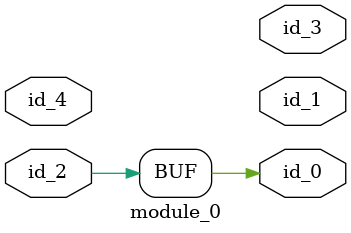
<source format=v>
module module_0 (
    output id_0,
    output id_1,
    input  id_2,
    output id_3,
    input  id_4
);
  assign id_0 = id_2;
endmodule

</source>
